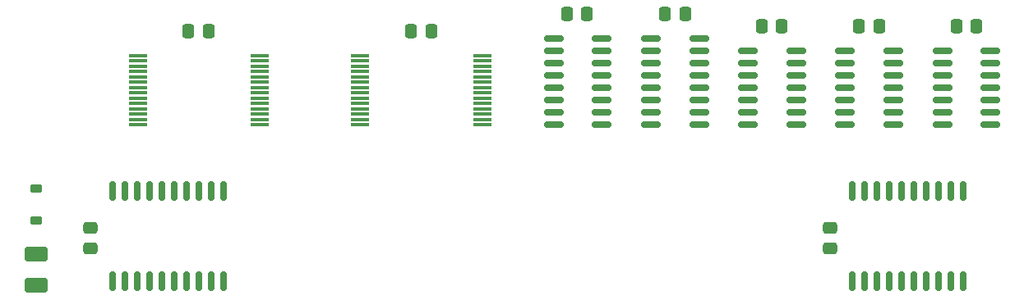
<source format=gbr>
%TF.GenerationSoftware,KiCad,Pcbnew,7.0.10*%
%TF.CreationDate,2024-01-06T13:40:11+01:00*%
%TF.ProjectId,p2000t-ram-expansion-board-smd,70323030-3074-42d7-9261-6d2d65787061,rev?*%
%TF.SameCoordinates,Original*%
%TF.FileFunction,Paste,Top*%
%TF.FilePolarity,Positive*%
%FSLAX46Y46*%
G04 Gerber Fmt 4.6, Leading zero omitted, Abs format (unit mm)*
G04 Created by KiCad (PCBNEW 7.0.10) date 2024-01-06 13:40:11*
%MOMM*%
%LPD*%
G01*
G04 APERTURE LIST*
G04 Aperture macros list*
%AMRoundRect*
0 Rectangle with rounded corners*
0 $1 Rounding radius*
0 $2 $3 $4 $5 $6 $7 $8 $9 X,Y pos of 4 corners*
0 Add a 4 corners polygon primitive as box body*
4,1,4,$2,$3,$4,$5,$6,$7,$8,$9,$2,$3,0*
0 Add four circle primitives for the rounded corners*
1,1,$1+$1,$2,$3*
1,1,$1+$1,$4,$5*
1,1,$1+$1,$6,$7*
1,1,$1+$1,$8,$9*
0 Add four rect primitives between the rounded corners*
20,1,$1+$1,$2,$3,$4,$5,0*
20,1,$1+$1,$4,$5,$6,$7,0*
20,1,$1+$1,$6,$7,$8,$9,0*
20,1,$1+$1,$8,$9,$2,$3,0*%
G04 Aperture macros list end*
%ADD10RoundRect,0.250000X0.337500X0.475000X-0.337500X0.475000X-0.337500X-0.475000X0.337500X-0.475000X0*%
%ADD11RoundRect,0.150000X0.150000X-0.875000X0.150000X0.875000X-0.150000X0.875000X-0.150000X-0.875000X0*%
%ADD12RoundRect,0.225000X0.375000X-0.225000X0.375000X0.225000X-0.375000X0.225000X-0.375000X-0.225000X0*%
%ADD13RoundRect,0.250000X-0.475000X0.337500X-0.475000X-0.337500X0.475000X-0.337500X0.475000X0.337500X0*%
%ADD14RoundRect,0.150000X-0.825000X-0.150000X0.825000X-0.150000X0.825000X0.150000X-0.825000X0.150000X0*%
%ADD15RoundRect,0.250001X0.924999X-0.499999X0.924999X0.499999X-0.924999X0.499999X-0.924999X-0.499999X0*%
%ADD16R,1.870000X0.380000*%
G04 APERTURE END LIST*
D10*
%TO.C,C1*%
X103272500Y-57912000D03*
X101197500Y-57912000D03*
%TD*%
D11*
%TO.C,U5*%
X110490000Y-84230000D03*
X111760000Y-84230000D03*
X113030000Y-84230000D03*
X114300000Y-84230000D03*
X115570000Y-84230000D03*
X116840000Y-84230000D03*
X118110000Y-84230000D03*
X119380000Y-84230000D03*
X120650000Y-84230000D03*
X121920000Y-84230000D03*
X121920000Y-74930000D03*
X120650000Y-74930000D03*
X119380000Y-74930000D03*
X118110000Y-74930000D03*
X116840000Y-74930000D03*
X115570000Y-74930000D03*
X114300000Y-74930000D03*
X113030000Y-74930000D03*
X111760000Y-74930000D03*
X110490000Y-74930000D03*
%TD*%
D10*
%TO.C,C9*%
X83185000Y-56642000D03*
X81110000Y-56642000D03*
%TD*%
D12*
%TO.C,D1*%
X26416000Y-77978000D03*
X26416000Y-74678000D03*
%TD*%
D13*
%TO.C,C10*%
X108204000Y-78740000D03*
X108204000Y-80815000D03*
%TD*%
D10*
%TO.C,C6*%
X67157500Y-58420000D03*
X65082500Y-58420000D03*
%TD*%
D14*
%TO.C,U9*%
X79789800Y-59200000D03*
X79789800Y-60470000D03*
X79789800Y-61740000D03*
X79789800Y-63010000D03*
X79789800Y-64280000D03*
X79789800Y-65550000D03*
X79789800Y-66820000D03*
X79789800Y-68090000D03*
X84739800Y-68090000D03*
X84739800Y-66820000D03*
X84739800Y-65550000D03*
X84739800Y-64280000D03*
X84739800Y-63010000D03*
X84739800Y-61740000D03*
X84739800Y-60470000D03*
X84739800Y-59200000D03*
%TD*%
%TO.C,U1*%
X99799500Y-60455000D03*
X99799500Y-61725000D03*
X99799500Y-62995000D03*
X99799500Y-64265000D03*
X99799500Y-65535000D03*
X99799500Y-66805000D03*
X99799500Y-68075000D03*
X104749500Y-68075000D03*
X104749500Y-66805000D03*
X104749500Y-65535000D03*
X104749500Y-64265000D03*
X104749500Y-62995000D03*
X104749500Y-61725000D03*
X104749500Y-60455000D03*
%TD*%
D10*
%TO.C,C7*%
X44217500Y-58420000D03*
X42142500Y-58420000D03*
%TD*%
%TO.C,C5*%
X93307200Y-56642000D03*
X91232200Y-56642000D03*
%TD*%
D11*
%TO.C,U8*%
X34290000Y-84230000D03*
X35560000Y-84230000D03*
X36830000Y-84230000D03*
X38100000Y-84230000D03*
X39370000Y-84230000D03*
X40640000Y-84230000D03*
X41910000Y-84230000D03*
X43180000Y-84230000D03*
X44450000Y-84230000D03*
X45720000Y-84230000D03*
X45720000Y-74930000D03*
X44450000Y-74930000D03*
X43180000Y-74930000D03*
X41910000Y-74930000D03*
X40640000Y-74930000D03*
X39370000Y-74930000D03*
X38100000Y-74930000D03*
X36830000Y-74930000D03*
X35560000Y-74930000D03*
X34290000Y-74930000D03*
%TD*%
D15*
%TO.C,C3*%
X26416000Y-84683000D03*
X26416000Y-81433000D03*
%TD*%
D10*
%TO.C,C4*%
X113305500Y-57912000D03*
X111230500Y-57912000D03*
%TD*%
D13*
%TO.C,C2*%
X32004000Y-78740000D03*
X32004000Y-80815000D03*
%TD*%
D16*
%TO.C,U4*%
X59850000Y-60920000D03*
X59850000Y-61470000D03*
X59850000Y-62020000D03*
X59850000Y-62570000D03*
X59850000Y-63120000D03*
X59850000Y-63670000D03*
X59850000Y-64220000D03*
X59850000Y-64770000D03*
X59850000Y-65320000D03*
X59850000Y-65870000D03*
X59850000Y-66420000D03*
X59850000Y-66970000D03*
X59850000Y-67520000D03*
X59850000Y-68070000D03*
X72390000Y-68070000D03*
X72390000Y-67520000D03*
X72390000Y-66970000D03*
X72390000Y-66420000D03*
X72390000Y-65870000D03*
X72390000Y-65320000D03*
X72390000Y-64770000D03*
X72390000Y-64220000D03*
X72390000Y-63670000D03*
X72390000Y-63120000D03*
X72390000Y-62570000D03*
X72390000Y-62020000D03*
X72390000Y-61470000D03*
X72390000Y-60920000D03*
%TD*%
D14*
%TO.C,U6*%
X109804300Y-60455000D03*
X109804300Y-61725000D03*
X109804300Y-62995000D03*
X109804300Y-64265000D03*
X109804300Y-65535000D03*
X109804300Y-66805000D03*
X109804300Y-68075000D03*
X114754300Y-68075000D03*
X114754300Y-66805000D03*
X114754300Y-65535000D03*
X114754300Y-64265000D03*
X114754300Y-62995000D03*
X114754300Y-61725000D03*
X114754300Y-60455000D03*
%TD*%
%TO.C,U7*%
X89794700Y-59200000D03*
X89794700Y-60470000D03*
X89794700Y-61740000D03*
X89794700Y-63010000D03*
X89794700Y-64280000D03*
X89794700Y-65550000D03*
X89794700Y-66820000D03*
X89794700Y-68090000D03*
X94744700Y-68090000D03*
X94744700Y-66820000D03*
X94744700Y-65550000D03*
X94744700Y-64280000D03*
X94744700Y-63010000D03*
X94744700Y-61740000D03*
X94744700Y-60470000D03*
X94744700Y-59200000D03*
%TD*%
D10*
%TO.C,C8*%
X123321700Y-57912000D03*
X121246700Y-57912000D03*
%TD*%
D16*
%TO.C,U2*%
X36910000Y-60920000D03*
X36910000Y-61470000D03*
X36910000Y-62020000D03*
X36910000Y-62570000D03*
X36910000Y-63120000D03*
X36910000Y-63670000D03*
X36910000Y-64220000D03*
X36910000Y-64770000D03*
X36910000Y-65320000D03*
X36910000Y-65870000D03*
X36910000Y-66420000D03*
X36910000Y-66970000D03*
X36910000Y-67520000D03*
X36910000Y-68070000D03*
X49450000Y-68070000D03*
X49450000Y-67520000D03*
X49450000Y-66970000D03*
X49450000Y-66420000D03*
X49450000Y-65870000D03*
X49450000Y-65320000D03*
X49450000Y-64770000D03*
X49450000Y-64220000D03*
X49450000Y-63670000D03*
X49450000Y-63120000D03*
X49450000Y-62570000D03*
X49450000Y-62020000D03*
X49450000Y-61470000D03*
X49450000Y-60920000D03*
%TD*%
D14*
%TO.C,U3*%
X119809200Y-60455000D03*
X119809200Y-61725000D03*
X119809200Y-62995000D03*
X119809200Y-64265000D03*
X119809200Y-65535000D03*
X119809200Y-66805000D03*
X119809200Y-68075000D03*
X124759200Y-68075000D03*
X124759200Y-66805000D03*
X124759200Y-65535000D03*
X124759200Y-64265000D03*
X124759200Y-62995000D03*
X124759200Y-61725000D03*
X124759200Y-60455000D03*
%TD*%
M02*

</source>
